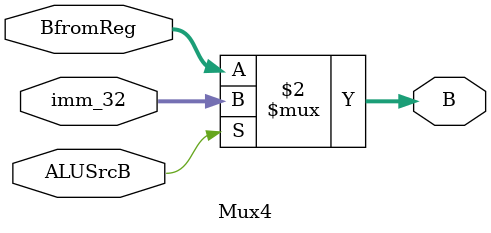
<source format=v>
`timescale 1ns / 1ps


module Mux4(
   input[31:0] BfromReg,
   input[31:0] imm_32,
   input ALUSrcB,
   output[31:0]B
   );
   assign B = (ALUSrcB == 1'b0)? BfromReg:imm_32;
endmodule

</source>
